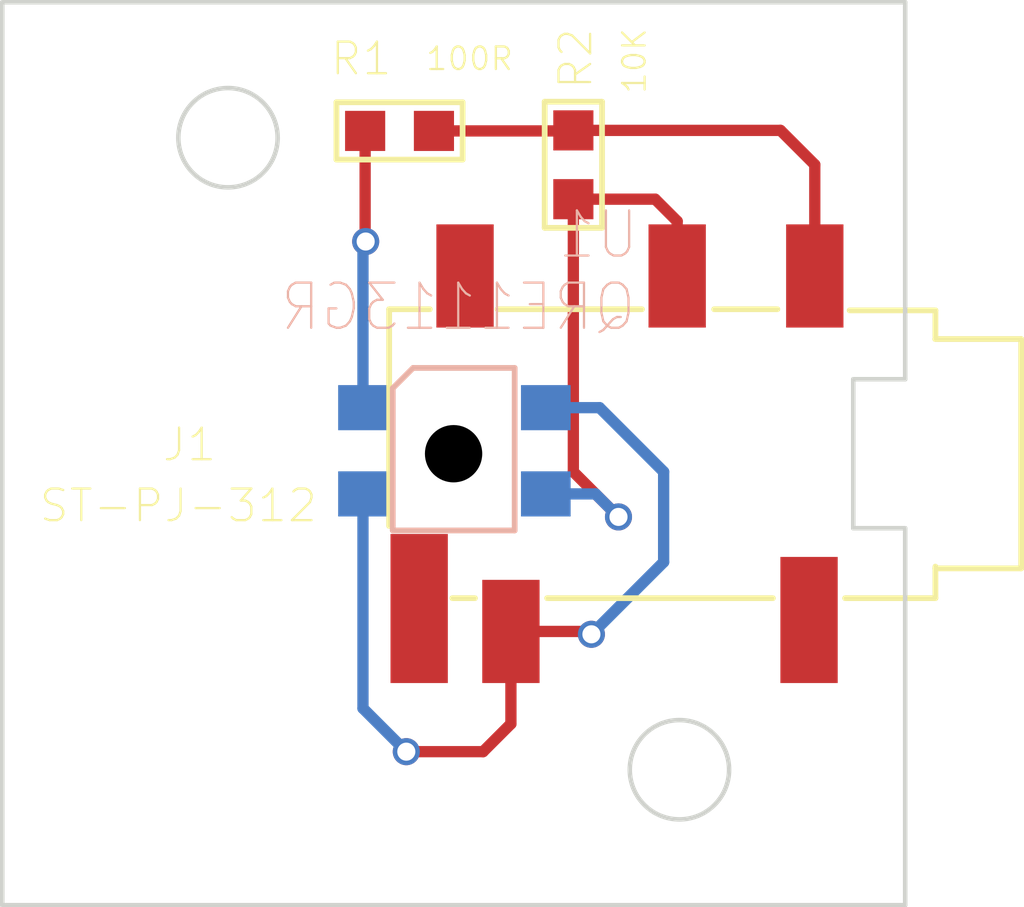
<source format=kicad_pcb>
(kicad_pcb (version 4) (host pcbnew "(after 2015-may-01 BZR unknown)-product")

  (general
    (links 7)
    (no_connects 0)
    (area 110.199999 79.499999 133.083501 99.650001)
    (thickness 1.6)
    (drawings 16)
    (tracks 31)
    (zones 0)
    (modules 4)
    (nets 8)
  )

  (page A4)
  (layers
    (0 F.Cu signal)
    (31 B.Cu signal)
    (32 B.Adhes user)
    (33 F.Adhes user)
    (34 B.Paste user)
    (35 F.Paste user)
    (36 B.SilkS user)
    (37 F.SilkS user)
    (38 B.Mask user)
    (39 F.Mask user)
    (40 Dwgs.User user hide)
    (41 Cmts.User user hide)
    (42 Eco1.User user hide)
    (43 Eco2.User user hide)
    (44 Edge.Cuts user)
    (45 Margin user)
    (46 B.CrtYd user)
    (47 F.CrtYd user)
    (48 B.Fab user)
    (49 F.Fab user)
  )

  (setup
    (last_trace_width 0.25)
    (trace_clearance 0.2)
    (zone_clearance 0.508)
    (zone_45_only no)
    (trace_min 0.2)
    (segment_width 0.2)
    (edge_width 0.1)
    (via_size 0.6)
    (via_drill 0.4)
    (via_min_size 0.4)
    (via_min_drill 0.3)
    (uvia_size 0.3)
    (uvia_drill 0.1)
    (uvias_allowed no)
    (uvia_min_size 0.2)
    (uvia_min_drill 0.1)
    (pcb_text_width 0.3)
    (pcb_text_size 1.5 1.5)
    (mod_edge_width 0.15)
    (mod_text_size 1 1)
    (mod_text_width 0.15)
    (pad_size 1.5 1.5)
    (pad_drill 0.6)
    (pad_to_mask_clearance 0)
    (aux_axis_origin 0 0)
    (visible_elements 7FFFFFFF)
    (pcbplotparams
      (layerselection 0x01030_80000001)
      (usegerberextensions false)
      (excludeedgelayer true)
      (linewidth 0.100000)
      (plotframeref false)
      (viasonmask false)
      (mode 1)
      (useauxorigin false)
      (hpglpennumber 1)
      (hpglpenspeed 20)
      (hpglpendiameter 15)
      (hpglpenoverlay 2)
      (psnegative false)
      (psa4output false)
      (plotreference true)
      (plotvalue true)
      (plotinvisibletext false)
      (padsonsilk false)
      (subtractmaskfromsilk false)
      (outputformat 3)
      (mirror false)
      (drillshape 0)
      (scaleselection 1)
      (outputdirectory ../../../../../../Desktop/))
  )

  (net 0 "")
  (net 1 "Net-(J1-PadLS)")
  (net 2 GND)
  (net 3 "Net-(J1-PadCOM2)")
  (net 4 "Net-(J1-PadRS)")
  (net 5 "Net-(J1-PadR)")
  (net 6 VCC)
  (net 7 "Net-(R1-Pad1)")

  (net_class Default "これは標準のネット クラスです。"
    (clearance 0.2)
    (trace_width 0.25)
    (via_dia 0.6)
    (via_drill 0.4)
    (uvia_dia 0.3)
    (uvia_drill 0.1)
    (add_net GND)
    (add_net "Net-(J1-PadCOM2)")
    (add_net "Net-(J1-PadLS)")
    (add_net "Net-(J1-PadR)")
    (add_net "Net-(J1-PadRS)")
    (add_net "Net-(R1-Pad1)")
    (add_net VCC)
  )

  (module ST-PJ-312:SUNTECH_ST-PJ-312 (layer F.Cu) (tedit 566EB310) (tstamp 566C49C5)
    (at 125.2 89.55)
    (path /566C357C)
    (solder_mask_margin 0.1)
    (attr smd)
    (fp_text reference J1 (at -10.8 -0.2) (layer F.SilkS)
      (effects (font (size 0.7 0.7) (thickness 0.05)))
    )
    (fp_text value ST-PJ-312 (at -11.05 1.15) (layer F.SilkS)
      (effects (font (size 0.7 0.7) (thickness 0.05)))
    )
    (fp_line (start 7.62 -2.54) (end 5.715 -2.54) (layer F.SilkS) (width 0.127))
    (fp_line (start 5.715 2.54) (end 7.62 2.54) (layer F.SilkS) (width 0.127))
    (fp_line (start 7.62 2.54) (end 7.62 -2.54) (layer F.SilkS) (width 0.127))
    (fp_poly (pts (xy -6.35 -3.175) (xy 5.715 -3.175) (xy 5.715 3.175) (xy -6.35 3.175)) (layer Dwgs.User) (width 0.381))
    (fp_line (start 4.38 3.175) (end 4.38 -3.175) (layer Dwgs.User) (width 0.0254))
    (fp_line (start 5.72 -2.6) (end 5.72 -3.175) (layer F.SilkS) (width 0.127))
    (fp_line (start 5.72 -3.175) (end 3.82 -3.175) (layer F.SilkS) (width 0.127))
    (fp_line (start 2.22 -3.2) (end 0.82 -3.2) (layer F.SilkS) (width 0.127))
    (fp_line (start -0.78 -3.2) (end -3.98 -3.2) (layer F.SilkS) (width 0.127))
    (fp_line (start -5.48 -3.2) (end -6.38 -3.2) (layer F.SilkS) (width 0.127))
    (fp_line (start -6.38 -3.2) (end -6.38 1.6) (layer F.SilkS) (width 0.127))
    (fp_line (start -4.98 3.2) (end -4.48 3.2) (layer F.SilkS) (width 0.127))
    (fp_line (start -2.88 3.2) (end 2.12 3.2) (layer F.SilkS) (width 0.127))
    (fp_line (start 3.72 3.2) (end 5.72 3.2) (layer F.SilkS) (width 0.127))
    (fp_line (start 5.72 3.2) (end 5.72 2.5) (layer F.SilkS) (width 0.127))
    (pad LS smd rect (at -5.715 3.429 90) (size 3.302 1.27) (layers F.Cu F.Paste F.Mask)
      (net 1 "Net-(J1-PadLS)") (solder_mask_margin 0.2))
    (pad L smd rect (at -3.683 3.937 90) (size 2.286 1.27) (layers F.Cu F.Paste F.Mask)
      (net 2 GND) (solder_mask_margin 0.2))
    (pad COM2 smd rect (at 2.921 3.683 90) (size 2.794 1.27) (layers F.Cu F.Paste F.Mask)
      (net 3 "Net-(J1-PadCOM2)") (solder_mask_margin 0.2))
    (pad RS smd rect (at -4.699 -3.937 90) (size 2.286 1.27) (layers F.Cu F.Paste F.Mask)
      (net 4 "Net-(J1-PadRS)") (solder_mask_margin 0.2))
    (pad R smd rect (at 0 -3.937 90) (size 2.286 1.27) (layers F.Cu F.Paste F.Mask)
      (net 5 "Net-(J1-PadR)") (solder_mask_margin 0.2))
    (pad COM1 smd rect (at 3.048 -3.937 90) (size 2.286 1.27) (layers F.Cu F.Paste F.Mask)
      (net 6 VCC) (solder_mask_margin 0.2))
    (pad Hole np_thru_hole circle (at -4.953 0) (size 1.27 1.27) (drill 1.27) (layers))
  )

  (module SMD-RES-100R-5_-1_10W_0603_:R0603 (layer F.Cu) (tedit 566EB2F7) (tstamp 566C49CB)
    (at 119.05 82.4 90)
    (path /566C1422)
    (solder_mask_margin 0.1)
    (attr smd)
    (fp_text reference R1 (at 1.6 -0.85 180) (layer F.SilkS)
      (effects (font (size 0.7 0.7) (thickness 0.05)))
    )
    (fp_text value 100R (at 1.6 1.55 180) (layer F.SilkS)
      (effects (font (size 0.5 0.5) (thickness 0.05)))
    )
    (fp_line (start 0.635 -1.397) (end 0.635 1.397) (layer F.SilkS) (width 0.127))
    (fp_line (start 0.635 1.397) (end -0.635 1.397) (layer F.SilkS) (width 0.127))
    (fp_line (start -0.635 1.397) (end -0.635 -1.397) (layer F.SilkS) (width 0.127))
    (fp_line (start -0.635 -1.397) (end 0.635 -1.397) (layer F.SilkS) (width 0.127))
    (pad 1 smd rect (at 0 -0.762) (size 0.889 0.889) (layers F.Cu F.Paste F.Mask)
      (net 7 "Net-(R1-Pad1)") (solder_mask_margin 0.2))
    (pad 2 smd rect (at 0 0.762) (size 0.889 0.889) (layers F.Cu F.Paste F.Mask)
      (net 6 VCC) (solder_mask_margin 0.2))
  )

  (module SMD-RES-10K-1_-1_10W_0603_:R0603 (layer F.Cu) (tedit 566EB302) (tstamp 566C49D1)
    (at 122.9 83.15 180)
    (path /566C13BB)
    (solder_mask_margin 0.1)
    (attr smd)
    (fp_text reference R2 (at -0.05 2.35 270) (layer F.SilkS)
      (effects (font (size 0.7 0.7) (thickness 0.05)))
    )
    (fp_text value 10K (at -1.35 2.3 270) (layer F.SilkS)
      (effects (font (size 0.5 0.5) (thickness 0.05)))
    )
    (fp_line (start 0.635 -1.397) (end 0.635 1.397) (layer F.SilkS) (width 0.127))
    (fp_line (start 0.635 1.397) (end -0.635 1.397) (layer F.SilkS) (width 0.127))
    (fp_line (start -0.635 1.397) (end -0.635 -1.397) (layer F.SilkS) (width 0.127))
    (fp_line (start -0.635 -1.397) (end 0.635 -1.397) (layer F.SilkS) (width 0.127))
    (pad 1 smd rect (at 0 -0.762 90) (size 0.889 0.889) (layers F.Cu F.Paste F.Mask)
      (net 5 "Net-(J1-PadR)") (solder_mask_margin 0.2))
    (pad 2 smd rect (at 0 0.762 90) (size 0.889 0.889) (layers F.Cu F.Paste F.Mask)
      (net 6 VCC) (solder_mask_margin 0.2))
  )

  (module QRE1113GR:4LEADSMD (layer B.Cu) (tedit 566EB362) (tstamp 566C49D9)
    (at 120.25 89.5)
    (path /566C115D)
    (solder_mask_margin 0.1)
    (attr smd)
    (fp_text reference U1 (at 3.2 -4.8) (layer B.SilkS)
      (effects (font (size 1 0.9) (thickness 0.05)) (justify mirror))
    )
    (fp_text value QRE1113GR (at 0.1 -3.2) (layer B.SilkS)
      (effects (font (size 1 0.9) (thickness 0.05)) (justify mirror))
    )
    (fp_line (start -1.35 1.75) (end 1.35 1.75) (layer B.SilkS) (width 0.127))
    (fp_line (start 1.35 1.75) (end 1.35 -1.85) (layer B.SilkS) (width 0.127))
    (fp_line (start -0.9 -1.85) (end 1.35 -1.85) (layer B.SilkS) (width 0.127))
    (fp_line (start -1.35 1.75) (end -1.35 -1.4) (layer B.SilkS) (width 0.127))
    (fp_line (start -0.9 -1.85) (end -1.35 -1.4) (layer B.SilkS) (width 0.127))
    (fp_poly (pts (xy -2.6 1.5) (xy -1.4 1.5) (xy -1.4 0.4) (xy -2.6 0.4)) (layer B.Paste) (width 0.381))
    (fp_poly (pts (xy -2.6 -0.4) (xy -1.4 -0.4) (xy -1.4 -1.5) (xy -2.6 -1.5)) (layer B.Paste) (width 0.381))
    (fp_poly (pts (xy 1.45 -0.4) (xy 2.65 -0.4) (xy 2.65 -1.5) (xy 1.45 -1.5)) (layer B.Paste) (width 0.381))
    (fp_poly (pts (xy 1.4 1.5) (xy 2.65 1.5) (xy 2.65 0.4) (xy 1.4 0.4)) (layer B.Paste) (width 0.381))
    (pad E smd rect (at -2.01 0.94 90) (size 1 1.1) (layers B.Cu B.Paste B.Mask)
      (net 2 GND) (solder_mask_margin 0.2))
    (pad A smd rect (at -2.01 -0.97 90) (size 1 1.1) (layers B.Cu B.Paste B.Mask)
      (net 7 "Net-(R1-Pad1)") (solder_mask_margin 0.2))
    (pad C smd rect (at 2.04 0.94 90) (size 1 1.1) (layers B.Cu B.Paste B.Mask)
      (net 5 "Net-(J1-PadR)") (solder_mask_margin 0.2))
    (pad K smd rect (at 2.04 -0.97 90) (size 1 1.1) (layers B.Cu B.Paste B.Mask)
      (net 2 GND) (solder_mask_margin 0.2))
  )

  (gr_circle (center 115.25 82.55) (end 116.35 82.55) (layer Edge.Cuts) (width 0.1))
  (gr_circle (center 115.25 82.55) (end 117.25 82.55) (layer Eco1.User) (width 0.2))
  (gr_line (start 115.25 82.55) (end 115.25 83.65) (angle 90) (layer Eco1.User) (width 0.2))
  (gr_line (start 115.25 82.55) (end 116.35 82.55) (angle 90) (layer Eco1.User) (width 0.2))
  (gr_circle (center 115.25 82.55) (end 117 82.55) (layer Eco1.User) (width 0.2))
  (gr_circle (center 125.25 96.55) (end 126.35 96.55) (layer Edge.Cuts) (width 0.1))
  (gr_line (start 120.25 89.55) (end 130.25 89.55) (angle 90) (layer Eco1.User) (width 0.2))
  (gr_line (start 120.25 89.55) (end 120.25 99.55) (angle 90) (layer Eco1.User) (width 0.2))
  (gr_line (start 130.25 91.2) (end 130.25 99.55) (angle 90) (layer Edge.Cuts) (width 0.1))
  (gr_line (start 130.25 87.9) (end 130.25 79.55) (angle 90) (layer Edge.Cuts) (width 0.1))
  (gr_line (start 129.1 87.9) (end 130.25 87.9) (angle 90) (layer Edge.Cuts) (width 0.1))
  (gr_line (start 129.1 91.2) (end 130.25 91.2) (angle 90) (layer Edge.Cuts) (width 0.1))
  (gr_line (start 129.1 87.9) (end 129.1 91.2) (angle 90) (layer Edge.Cuts) (width 0.1))
  (gr_line (start 110.25 79.55) (end 110.25 99.55) (angle 90) (layer Edge.Cuts) (width 0.1))
  (gr_line (start 130.25 79.55) (end 110.25 79.55) (angle 90) (layer Edge.Cuts) (width 0.1))
  (gr_line (start 110.25 99.55) (end 130.25 99.55) (angle 90) (layer Edge.Cuts) (width 0.1))

  (segment (start 118.24 95.19) (end 119.2 96.15) (width 0.25) (layer B.Cu) (net 2) (tstamp 566E82E2))
  (via (at 119.2 96.15) (size 0.6) (layers F.Cu B.Cu) (net 2))
  (segment (start 119.2 96.15) (end 120.9 96.15) (width 0.25) (layer F.Cu) (net 2) (tstamp 566E82F3))
  (segment (start 120.9 96.15) (end 121.517 95.533) (width 0.25) (layer F.Cu) (net 2) (tstamp 566E82F4))
  (segment (start 121.517 95.533) (end 121.517 93.487) (width 0.25) (layer F.Cu) (net 2) (tstamp 566E82F8))
  (segment (start 118.24 90.44) (end 118.24 95.19) (width 0.25) (layer B.Cu) (net 2))
  (segment (start 123.237 93.487) (end 123.3 93.55) (width 0.25) (layer F.Cu) (net 2) (tstamp 566E8301))
  (via (at 123.3 93.55) (size 0.6) (layers F.Cu B.Cu) (net 2))
  (segment (start 123.3 93.55) (end 124.9 91.95) (width 0.25) (layer B.Cu) (net 2) (tstamp 566E8306))
  (segment (start 124.9 91.95) (end 124.9 89.95) (width 0.25) (layer B.Cu) (net 2) (tstamp 566E8307))
  (segment (start 124.9 89.95) (end 123.48 88.53) (width 0.25) (layer B.Cu) (net 2) (tstamp 566E830C))
  (segment (start 123.48 88.53) (end 122.29 88.53) (width 0.25) (layer B.Cu) (net 2) (tstamp 566E830D))
  (segment (start 121.517 93.487) (end 123.237 93.487) (width 0.25) (layer F.Cu) (net 2))
  (segment (start 122.9 89.95) (end 123.9 90.95) (width 0.25) (layer F.Cu) (net 5) (tstamp 566E83F4))
  (via (at 123.9 90.95) (size 0.6) (layers F.Cu B.Cu) (net 5))
  (segment (start 123.9 90.95) (end 123.39 90.44) (width 0.25) (layer B.Cu) (net 5) (tstamp 566E83FE))
  (segment (start 123.39 90.44) (end 122.29 90.44) (width 0.25) (layer B.Cu) (net 5) (tstamp 566E83FF))
  (segment (start 122.9 83.912) (end 122.9 89.95) (width 0.25) (layer F.Cu) (net 5))
  (segment (start 124.712 83.912) (end 125.2 84.4) (width 0.25) (layer F.Cu) (net 5) (tstamp 566E840E))
  (segment (start 125.2 84.4) (end 125.2 85.613) (width 0.25) (layer F.Cu) (net 5) (tstamp 566E8412))
  (segment (start 122.9 83.912) (end 124.712 83.912) (width 0.25) (layer F.Cu) (net 5))
  (segment (start 128.248 83.148) (end 127.488 82.388) (width 0.25) (layer F.Cu) (net 6) (tstamp 566E82A2))
  (segment (start 127.488 82.388) (end 122.9 82.388) (width 0.25) (layer F.Cu) (net 6) (tstamp 566E82AC))
  (segment (start 128.248 85.613) (end 128.248 83.148) (width 0.25) (layer F.Cu) (net 6))
  (segment (start 122.888 82.4) (end 122.9 82.388) (width 0.25) (layer F.Cu) (net 6) (tstamp 566E841C))
  (segment (start 119.812 82.4) (end 122.888 82.4) (width 0.25) (layer F.Cu) (net 6))
  (segment (start 118.288 84.838) (end 118.3 84.85) (width 0.25) (layer F.Cu) (net 7) (tstamp 566E82D1))
  (via (at 118.3 84.85) (size 0.6) (layers F.Cu B.Cu) (net 7))
  (segment (start 118.3 84.85) (end 118.24 84.91) (width 0.25) (layer B.Cu) (net 7) (tstamp 566E82D5))
  (segment (start 118.24 84.91) (end 118.24 88.53) (width 0.25) (layer B.Cu) (net 7) (tstamp 566E82D6))
  (segment (start 118.288 82.4) (end 118.288 84.838) (width 0.25) (layer F.Cu) (net 7))

)

</source>
